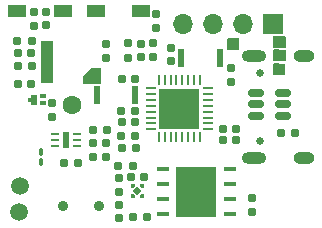
<source format=gbr>
%TF.GenerationSoftware,KiCad,Pcbnew,8.0.5*%
%TF.CreationDate,2024-10-05T23:36:15+02:00*%
%TF.ProjectId,projet s6,70726f6a-6574-4207-9336-2e6b69636164,rev?*%
%TF.SameCoordinates,Original*%
%TF.FileFunction,Soldermask,Top*%
%TF.FilePolarity,Negative*%
%FSLAX46Y46*%
G04 Gerber Fmt 4.6, Leading zero omitted, Abs format (unit mm)*
G04 Created by KiCad (PCBNEW 8.0.5) date 2024-10-05 23:36:15*
%MOMM*%
%LPD*%
G01*
G04 APERTURE LIST*
G04 Aperture macros list*
%AMRoundRect*
0 Rectangle with rounded corners*
0 $1 Rounding radius*
0 $2 $3 $4 $5 $6 $7 $8 $9 X,Y pos of 4 corners*
0 Add a 4 corners polygon primitive as box body*
4,1,4,$2,$3,$4,$5,$6,$7,$8,$9,$2,$3,0*
0 Add four circle primitives for the rounded corners*
1,1,$1+$1,$2,$3*
1,1,$1+$1,$4,$5*
1,1,$1+$1,$6,$7*
1,1,$1+$1,$8,$9*
0 Add four rect primitives between the rounded corners*
20,1,$1+$1,$2,$3,$4,$5,0*
20,1,$1+$1,$4,$5,$6,$7,0*
20,1,$1+$1,$6,$7,$8,$9,0*
20,1,$1+$1,$8,$9,$2,$3,0*%
%AMRotRect*
0 Rectangle, with rotation*
0 The origin of the aperture is its center*
0 $1 length*
0 $2 width*
0 $3 Rotation angle, in degrees counterclockwise*
0 Add horizontal line*
21,1,$1,$2,0,0,$3*%
%AMOutline4P*
0 Free polygon, 4 corners , with rotation*
0 The origin of the aperture is its center*
0 number of corners: always 4*
0 $1 to $8 corner X, Y*
0 $9 Rotation angle, in degrees counterclockwise*
0 create outline with 4 corners*
4,1,4,$1,$2,$3,$4,$5,$6,$7,$8,$1,$2,$9*%
%AMOutline5P*
0 Free polygon, 5 corners , with rotation*
0 The origin of the aperture is its center*
0 number of corners: always 5*
0 $1 to $10 corner X, Y*
0 $11 Rotation angle, in degrees counterclockwise*
0 create outline with 5 corners*
4,1,5,$1,$2,$3,$4,$5,$6,$7,$8,$9,$10,$1,$2,$11*%
%AMOutline6P*
0 Free polygon, 6 corners , with rotation*
0 The origin of the aperture is its center*
0 number of corners: always 6*
0 $1 to $12 corner X, Y*
0 $13 Rotation angle, in degrees counterclockwise*
0 create outline with 6 corners*
4,1,6,$1,$2,$3,$4,$5,$6,$7,$8,$9,$10,$11,$12,$1,$2,$13*%
%AMOutline7P*
0 Free polygon, 7 corners , with rotation*
0 The origin of the aperture is its center*
0 number of corners: always 7*
0 $1 to $14 corner X, Y*
0 $15 Rotation angle, in degrees counterclockwise*
0 create outline with 7 corners*
4,1,7,$1,$2,$3,$4,$5,$6,$7,$8,$9,$10,$11,$12,$13,$14,$1,$2,$15*%
%AMOutline8P*
0 Free polygon, 8 corners , with rotation*
0 The origin of the aperture is its center*
0 number of corners: always 8*
0 $1 to $16 corner X, Y*
0 $17 Rotation angle, in degrees counterclockwise*
0 create outline with 8 corners*
4,1,8,$1,$2,$3,$4,$5,$6,$7,$8,$9,$10,$11,$12,$13,$14,$15,$16,$1,$2,$17*%
G04 Aperture macros list end*
%ADD10C,1.500000*%
%ADD11C,0.650000*%
%ADD12O,1.800000X1.000000*%
%ADD13O,2.100000X1.000000*%
%ADD14Outline5P,-0.207500X0.150000X0.207500X0.150000X0.207500X0.000000X0.057500X-0.150000X-0.207500X-0.150000X270.000000*%
%ADD15Outline5P,-0.207500X0.150000X0.057500X0.150000X0.207500X0.000000X0.207500X-0.150000X-0.207500X-0.150000X270.000000*%
%ADD16RotRect,0.500000X0.500000X315.000000*%
%ADD17Outline5P,-0.207500X0.000000X-0.057500X0.150000X0.207500X0.150000X0.207500X-0.150000X-0.207500X-0.150000X270.000000*%
%ADD18Outline5P,-0.207500X0.150000X0.207500X0.150000X0.207500X-0.150000X-0.057500X-0.150000X-0.207500X0.000000X270.000000*%
%ADD19RoundRect,0.155000X-0.155000X0.212500X-0.155000X-0.212500X0.155000X-0.212500X0.155000X0.212500X0*%
%ADD20RoundRect,0.160000X0.197500X0.160000X-0.197500X0.160000X-0.197500X-0.160000X0.197500X-0.160000X0*%
%ADD21RoundRect,0.062500X-0.375000X-0.062500X0.375000X-0.062500X0.375000X0.062500X-0.375000X0.062500X0*%
%ADD22RoundRect,0.062500X-0.062500X-0.375000X0.062500X-0.375000X0.062500X0.375000X-0.062500X0.375000X0*%
%ADD23R,3.450000X3.450000*%
%ADD24RoundRect,0.155000X0.212500X0.155000X-0.212500X0.155000X-0.212500X-0.155000X0.212500X-0.155000X0*%
%ADD25RoundRect,0.160000X-0.197500X-0.160000X0.197500X-0.160000X0.197500X0.160000X-0.197500X0.160000X0*%
%ADD26RoundRect,0.160000X0.160000X-0.197500X0.160000X0.197500X-0.160000X0.197500X-0.160000X-0.197500X0*%
%ADD27RoundRect,0.150000X0.512500X0.150000X-0.512500X0.150000X-0.512500X-0.150000X0.512500X-0.150000X0*%
%ADD28RoundRect,0.100000X-0.100000X0.217500X-0.100000X-0.217500X0.100000X-0.217500X0.100000X0.217500X0*%
%ADD29RoundRect,0.155000X0.155000X-0.212500X0.155000X0.212500X-0.155000X0.212500X-0.155000X-0.212500X0*%
%ADD30R,0.550000X1.500000*%
%ADD31RoundRect,0.155000X-0.212500X-0.155000X0.212500X-0.155000X0.212500X0.155000X-0.212500X0.155000X0*%
%ADD32R,0.799999X0.250000*%
%ADD33R,0.610000X1.420000*%
%ADD34RoundRect,0.160000X-0.160000X0.197500X-0.160000X-0.197500X0.160000X-0.197500X0.160000X0.197500X0*%
%ADD35R,1.050000X0.450000*%
%ADD36R,3.450000X4.350000*%
%ADD37Outline5P,-0.650000X0.750000X0.650000X0.750000X0.650000X-0.750000X0.000000X-0.750000X-0.650000X-0.100000X270.000000*%
%ADD38R,1.100000X3.600000*%
%ADD39R,0.500000X0.350000*%
%ADD40R,0.340000X0.330000*%
%ADD41Outline4P,-0.450000X-0.220000X0.450000X-0.220000X0.450000X0.220000X-0.450000X0.220000X90.000000*%
%ADD42R,1.700000X1.700000*%
%ADD43O,1.700000X1.700000*%
%ADD44R,1.650000X1.050000*%
%ADD45C,1.600000*%
%ADD46C,0.900000*%
G04 APERTURE END LIST*
D10*
%TO.C,TP1*%
X182580000Y-82870000D03*
%TD*%
%TO.C,TP5*%
X182610000Y-80680000D03*
%TD*%
D11*
%TO.C,J1*%
X202965000Y-71140000D03*
X202965000Y-76920000D03*
D12*
X206645000Y-69710000D03*
D13*
X202465000Y-69710000D03*
D12*
X206645000Y-78350000D03*
D13*
X202465000Y-78350000D03*
%TD*%
D14*
%TO.C,U3*%
X192935000Y-80742500D03*
D15*
X192225000Y-80742500D03*
D16*
X192580000Y-81135000D03*
D17*
X192225000Y-81527500D03*
D18*
X192935000Y-81527500D03*
%TD*%
D19*
%TO.C,C14*%
X190980000Y-82302500D03*
X190980000Y-83437500D03*
%TD*%
D20*
%TO.C,R1*%
X190017500Y-76000000D03*
X188822500Y-76000000D03*
%TD*%
D21*
%TO.C,U1*%
X193692500Y-72410000D03*
X193692500Y-72910000D03*
X193692500Y-73410000D03*
X193692500Y-73910000D03*
X193692500Y-74410000D03*
X193692500Y-74910000D03*
X193692500Y-75410000D03*
X193692500Y-75910000D03*
D22*
X194380000Y-76597500D03*
X194880000Y-76597500D03*
X195380000Y-76597500D03*
X195880000Y-76597500D03*
X196380000Y-76597500D03*
X196880000Y-76597500D03*
X197380000Y-76597500D03*
X197880000Y-76597500D03*
D21*
X198567500Y-75910000D03*
X198567500Y-75410000D03*
X198567500Y-74910000D03*
X198567500Y-74410000D03*
X198567500Y-73910000D03*
X198567500Y-73410000D03*
X198567500Y-72910000D03*
X198567500Y-72410000D03*
D22*
X197880000Y-71722500D03*
X197380000Y-71722500D03*
X196880000Y-71722500D03*
X196380000Y-71722500D03*
X195880000Y-71722500D03*
X195380000Y-71722500D03*
X194880000Y-71722500D03*
X194380000Y-71722500D03*
D23*
X196130000Y-74160000D03*
%TD*%
D24*
%TO.C,C3*%
X200917500Y-75890000D03*
X199782500Y-75890000D03*
%TD*%
%TO.C,C13*%
X193367500Y-83370000D03*
X192232500Y-83370000D03*
%TD*%
D25*
%TO.C,R4*%
X204712500Y-76250000D03*
X205907500Y-76250000D03*
%TD*%
D26*
%TO.C,R15*%
X194180000Y-67317500D03*
X194180000Y-66122500D03*
%TD*%
D20*
%TO.C,R7*%
X192430000Y-77450000D03*
X191235000Y-77450000D03*
%TD*%
D24*
%TO.C,C15*%
X193167500Y-79960000D03*
X192032500Y-79960000D03*
%TD*%
D27*
%TO.C,U4*%
X204867500Y-74750000D03*
X204867500Y-73800000D03*
X204867500Y-72850000D03*
X202592500Y-72850000D03*
X202592500Y-73800000D03*
X202592500Y-74750000D03*
%TD*%
D26*
%TO.C,R8*%
X202260000Y-82917500D03*
X202260000Y-81722500D03*
%TD*%
D25*
%TO.C,R9*%
X190972500Y-79000000D03*
X192167500Y-79000000D03*
%TD*%
D28*
%TO.C,D1*%
X184430000Y-77872500D03*
X184430000Y-78687500D03*
%TD*%
D29*
%TO.C,C1*%
X188830000Y-78217500D03*
X188830000Y-77082500D03*
%TD*%
D25*
%TO.C,R6*%
X191205000Y-76440000D03*
X192400000Y-76440000D03*
%TD*%
D29*
%TO.C,C16*%
X192840000Y-69817500D03*
X192840000Y-68682500D03*
%TD*%
D26*
%TO.C,R16*%
X190990000Y-81227500D03*
X190990000Y-80032500D03*
%TD*%
D30*
%TO.C,SW7*%
X196290000Y-69855000D03*
X199540000Y-69855000D03*
%TD*%
D31*
%TO.C,C9*%
X182472500Y-70560000D03*
X183607500Y-70560000D03*
%TD*%
%TO.C,C10*%
X182462500Y-72040000D03*
X183597500Y-72040000D03*
%TD*%
D26*
%TO.C,R5*%
X200490000Y-71937500D03*
X200490000Y-70742500D03*
%TD*%
D32*
%TO.C,U2*%
X185579999Y-76300001D03*
X185579999Y-76800000D03*
X185579999Y-77299999D03*
X187480001Y-77299999D03*
X187480001Y-76800000D03*
X187480001Y-76300001D03*
D33*
X186530000Y-76800000D03*
%TD*%
D25*
%TO.C,R13*%
X182412500Y-68460000D03*
X183607500Y-68460000D03*
%TD*%
D34*
%TO.C,R10*%
X183860000Y-65942500D03*
X183860000Y-67137500D03*
%TD*%
%TO.C,R2*%
X189940000Y-77072500D03*
X189940000Y-78267500D03*
%TD*%
D20*
%TO.C,R3*%
X187537500Y-78730000D03*
X186342500Y-78730000D03*
%TD*%
D35*
%TO.C,IC1*%
X200420000Y-83082500D03*
X200420000Y-81812500D03*
X200420000Y-80542500D03*
X200420000Y-79272500D03*
X194720000Y-79272500D03*
X194720000Y-80542500D03*
X194720000Y-81812500D03*
X194720000Y-83082500D03*
D36*
X197570000Y-81177500D03*
%TD*%
D37*
%TO.C,BT1*%
X188700000Y-71370000D03*
D38*
X184910000Y-70220000D03*
%TD*%
D34*
%TO.C,R11*%
X191820000Y-68642500D03*
X191820000Y-69837500D03*
%TD*%
D24*
%TO.C,C4*%
X200917500Y-76840000D03*
X199782500Y-76840000D03*
%TD*%
D34*
%TO.C,R14*%
X185360000Y-73662500D03*
X185360000Y-74857500D03*
%TD*%
D26*
%TO.C,R12*%
X189890000Y-69847500D03*
X189890000Y-68652500D03*
%TD*%
D31*
%TO.C,C2*%
X191225000Y-74350000D03*
X192360000Y-74350000D03*
%TD*%
D29*
%TO.C,C17*%
X184840000Y-67117500D03*
X184840000Y-65982500D03*
%TD*%
D19*
%TO.C,C6*%
X193930000Y-68622500D03*
X193930000Y-69757500D03*
%TD*%
D39*
%TO.C,Q1*%
X184547500Y-73712500D03*
X184547500Y-73062500D03*
D40*
X183467500Y-73387500D03*
D41*
X183857500Y-73387500D03*
%TD*%
D31*
%TO.C,C5*%
X191232500Y-75310000D03*
X192367500Y-75310000D03*
%TD*%
%TO.C,C7*%
X191272500Y-71640000D03*
X192407500Y-71640000D03*
%TD*%
D30*
%TO.C,SW5*%
X189130000Y-72985000D03*
X192380000Y-72985000D03*
%TD*%
D31*
%TO.C,C8*%
X182452500Y-69460000D03*
X183587500Y-69460000D03*
%TD*%
D19*
%TO.C,C18*%
X195430000Y-69002500D03*
X195430000Y-70137500D03*
%TD*%
D42*
%TO.C,J2*%
X204070000Y-66970000D03*
D43*
X201530000Y-66970000D03*
X198990000Y-66970000D03*
X196450000Y-66970000D03*
%TD*%
D44*
%TO.C,SW1*%
X189070000Y-65930000D03*
X192920000Y-65930000D03*
%TD*%
D45*
%TO.C,PA1010D1*%
X187000000Y-73850000D03*
%TD*%
D46*
%TO.C,SW6*%
X189290000Y-82400000D03*
X186290000Y-82400000D03*
%TD*%
D44*
%TO.C,SW2*%
X182415000Y-65935000D03*
X186265000Y-65935000D03*
%TD*%
G36*
X204124698Y-70330704D02*
G01*
X205036698Y-70339308D01*
X205088817Y-70361475D01*
X205110000Y-70413305D01*
X205110000Y-71266694D01*
X205088326Y-71319020D01*
X205036698Y-71340691D01*
X204124698Y-71349295D01*
X204072170Y-71328115D01*
X204050003Y-71275996D01*
X204050000Y-71275298D01*
X204050000Y-70404701D01*
X204071674Y-70352375D01*
X204124000Y-70330701D01*
X204124698Y-70330704D01*
G37*
G36*
X204144698Y-68000704D02*
G01*
X205056698Y-68009308D01*
X205108817Y-68031475D01*
X205130000Y-68083305D01*
X205130000Y-68936694D01*
X205108326Y-68989020D01*
X205056698Y-69010691D01*
X204144698Y-69019295D01*
X204092170Y-68998115D01*
X204070003Y-68945996D01*
X204070000Y-68945298D01*
X204070000Y-68074701D01*
X204091674Y-68022375D01*
X204144000Y-68000701D01*
X204144698Y-68000704D01*
G37*
G36*
X204134363Y-69146173D02*
G01*
X205046363Y-69154777D01*
X205098482Y-69176944D01*
X205119665Y-69228774D01*
X205119665Y-70082163D01*
X205097991Y-70134489D01*
X205046363Y-70156160D01*
X204134363Y-70164764D01*
X204081835Y-70143584D01*
X204059668Y-70091465D01*
X204059665Y-70090767D01*
X204059665Y-69220170D01*
X204081339Y-69167844D01*
X204133665Y-69146170D01*
X204134363Y-69146173D01*
G37*
G36*
X200224698Y-68210702D02*
G01*
X201136698Y-68219306D01*
X201188817Y-68241473D01*
X201210000Y-68293303D01*
X201210000Y-69146692D01*
X201188326Y-69199018D01*
X201136698Y-69220689D01*
X200224698Y-69229293D01*
X200172170Y-69208113D01*
X200150003Y-69155994D01*
X200150000Y-69155296D01*
X200150000Y-68284699D01*
X200171674Y-68232373D01*
X200224000Y-68210699D01*
X200224698Y-68210702D01*
G37*
M02*

</source>
